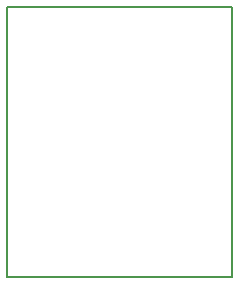
<source format=gbr>
G04 #@! TF.FileFunction,Profile,NP*
%FSLAX46Y46*%
G04 Gerber Fmt 4.6, Leading zero omitted, Abs format (unit mm)*
G04 Created by KiCad (PCBNEW 4.0.2+e4-6225~38~ubuntu16.04.1-stable) date Fri 29 Jul 2016 04:20:05 PM PDT*
%MOMM*%
G01*
G04 APERTURE LIST*
%ADD10C,0.100000*%
%ADD11C,0.150000*%
G04 APERTURE END LIST*
D10*
D11*
X144780000Y-118110000D02*
X163830000Y-118110000D01*
X163830000Y-95250000D02*
X144780000Y-95250000D01*
X163830000Y-95250000D02*
X163830000Y-118110000D01*
X144780000Y-118110000D02*
X144780000Y-95250000D01*
M02*

</source>
